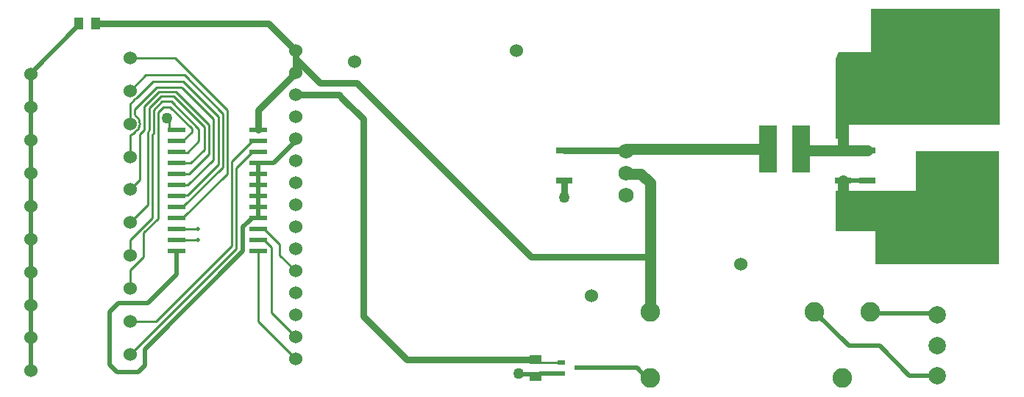
<source format=gtl>
G04*
G04 #@! TF.GenerationSoftware,Altium Limited,Altium Designer,20.0.14 (345)*
G04*
G04 Layer_Physical_Order=1*
G04 Layer_Color=255*
%FSLAX25Y25*%
%MOIN*%
G70*
G01*
G75*
%ADD12C,0.01000*%
%ADD15R,0.07505X0.02977*%
%ADD16R,0.08465X0.21654*%
%ADD17R,0.03937X0.05709*%
%ADD18R,0.03347X0.01968*%
%ADD19R,0.05709X0.03937*%
%ADD20R,0.07874X0.02362*%
%ADD35C,0.01000*%
%ADD36C,0.03000*%
%ADD37C,0.05000*%
%ADD38C,0.02000*%
%ADD39C,0.06000*%
%ADD40C,0.06890*%
%ADD41R,0.07087X0.07087*%
%ADD42C,0.07087*%
%ADD43C,0.07874*%
%ADD44C,0.08858*%
%ADD45C,0.05000*%
%ADD46C,0.02000*%
G36*
X447000Y64000D02*
X391000D01*
Y79000D01*
X373000D01*
X373000Y97500D01*
X409500D01*
Y115500D01*
X447000D01*
Y64000D01*
D02*
G37*
G36*
X447538Y179538D02*
X447500Y179500D01*
Y127500D01*
X379000D01*
Y121000D01*
X373000D01*
Y157500D01*
X374500Y160500D01*
X389000D01*
Y180000D01*
X447347D01*
X447538Y179538D01*
D02*
G37*
D12*
X55336Y123809D02*
G03*
X55752Y131687I-1954J4053D01*
G01*
X55212Y138712D02*
G03*
X56564Y139641I-1830J4111D01*
G01*
X74496Y80000D02*
X84000D01*
X74496Y75000D02*
X84000D01*
X53382Y23138D02*
X101500Y71256D01*
Y107752D01*
X65098Y38098D02*
X99500Y72500D01*
Y110752D01*
X53594Y38098D02*
X65098D01*
X71740Y125000D02*
X74496D01*
X71059Y125681D02*
X71740Y125000D01*
X71059Y125681D02*
Y128359D01*
X70000Y129418D02*
X71059Y128359D01*
X70000Y129418D02*
Y130500D01*
X111504Y80000D02*
X114260D01*
X121242Y73018D01*
Y68258D02*
Y73018D01*
Y68258D02*
X128500Y61000D01*
X111504Y75000D02*
X114260D01*
X117500Y71760D01*
Y42000D02*
X128500Y31000D01*
X117500Y42000D02*
Y71760D01*
X111504Y37996D02*
Y70000D01*
Y37996D02*
X128500Y21000D01*
X71586Y135586D02*
X81422Y125750D01*
X74496Y120000D02*
X77252D01*
X81422Y124170D01*
Y125750D01*
X66000Y133000D02*
X68586Y135586D01*
X71586D01*
X66000Y84917D02*
Y133000D01*
X59500Y78417D02*
X66000Y84917D01*
X59500Y67515D02*
Y78417D01*
X53382Y53059D02*
Y61397D01*
X59500Y67515D01*
X72000Y138000D02*
X84500Y125500D01*
X64000Y134172D02*
X67828Y138000D01*
X72000D01*
X64000Y123500D02*
Y134172D01*
X63500Y85245D02*
Y123000D01*
X64000Y123500D01*
X61882Y124882D02*
X62000Y125000D01*
X55328Y123805D02*
X55336Y123809D01*
X57882Y123172D02*
X57884D01*
X55382Y132058D02*
X55752Y131687D01*
X61500Y123960D02*
X61882Y124341D01*
X62000Y125000D02*
Y135000D01*
X59882Y125170D02*
Y135882D01*
X62000Y135000D02*
X67445Y140445D01*
X55382Y132058D02*
Y134382D01*
X57882Y102441D02*
Y123172D01*
X57884D02*
X59882Y125170D01*
X61882Y124341D02*
Y124882D01*
X59882Y135882D02*
X66445Y142445D01*
X55752Y131687D02*
X55752Y131687D01*
X61500Y91098D02*
Y123960D01*
X73000Y140445D02*
X78623Y134823D01*
X78677D01*
X67445Y140445D02*
X73000D01*
X65446Y144446D02*
X76555D01*
X77000Y144000D01*
X66445Y142445D02*
X74054D01*
X55382Y134382D02*
X65446Y144446D01*
X53382Y122868D02*
X55328Y123805D01*
X77000Y144000D02*
X91000Y130000D01*
X74760Y141740D02*
X89000Y127500D01*
X74054Y142445D02*
X74760Y141740D01*
X56564Y139641D02*
X63923Y147000D01*
X77500D02*
X93500Y131000D01*
X63923Y147000D02*
X77500D01*
X53382Y112902D02*
Y122868D01*
Y82980D02*
X61500Y91098D01*
X53382Y75127D02*
X63500Y85245D01*
X91000Y111500D02*
Y130000D01*
X79500Y100000D02*
X91000Y111500D01*
X78000Y150000D02*
X95500Y132500D01*
X60559Y150000D02*
X78000D01*
X53382Y142823D02*
X60559Y150000D01*
X53382Y136882D02*
X55212Y138712D01*
X53382Y127862D02*
Y136882D01*
X79347Y114847D02*
X84500Y120000D01*
Y125500D01*
X74649Y114847D02*
X79347D01*
X74496Y115000D02*
X74649Y114847D01*
X80828Y110000D02*
X87000Y116172D01*
Y126500D01*
X74496Y110000D02*
X80828D01*
X80000Y105000D02*
X89000Y114000D01*
Y127500D01*
X74496Y105000D02*
X80000D01*
X78677Y134823D02*
X87000Y126500D01*
X95500Y108248D02*
Y132500D01*
X77252Y85000D02*
X97500Y105248D01*
X73716Y157783D02*
X97500Y134000D01*
Y105248D02*
Y134000D01*
X79347Y95385D02*
X93500Y109538D01*
Y131000D01*
X77252Y90000D02*
X95500Y108248D01*
X53382Y68020D02*
Y75127D01*
Y97941D02*
X57882Y102441D01*
X53382Y157783D02*
X73716D01*
X99500Y110752D02*
X108748Y120000D01*
X101500Y107752D02*
X108748Y115000D01*
X74496Y100000D02*
X79500D01*
X74496Y95000D02*
X74882Y95385D01*
X79347D01*
X74496Y90000D02*
X77252D01*
X74496Y85000D02*
X77252D01*
X108748Y120000D02*
X111504D01*
X108748Y115000D02*
X111504D01*
X237000Y20740D02*
X238181Y19559D01*
X248661D01*
D15*
X387500Y102209D02*
D03*
Y115791D02*
D03*
X376500Y102209D02*
D03*
Y115791D02*
D03*
X250000Y102209D02*
D03*
Y115791D02*
D03*
D16*
X357579Y116500D02*
D03*
X342421D02*
D03*
D17*
X30260Y173500D02*
D03*
X37740D02*
D03*
D18*
X256339Y17000D02*
D03*
X248661Y14441D02*
D03*
Y19559D02*
D03*
D19*
X237000Y20740D02*
D03*
Y13260D02*
D03*
D20*
X111504Y125000D02*
D03*
Y120000D02*
D03*
Y115000D02*
D03*
Y110000D02*
D03*
Y105000D02*
D03*
Y100000D02*
D03*
Y95000D02*
D03*
Y90000D02*
D03*
Y85000D02*
D03*
Y80000D02*
D03*
Y75000D02*
D03*
Y70000D02*
D03*
X74496D02*
D03*
Y75000D02*
D03*
Y80000D02*
D03*
Y85000D02*
D03*
Y90000D02*
D03*
Y95000D02*
D03*
Y100000D02*
D03*
Y105000D02*
D03*
Y110000D02*
D03*
Y115000D02*
D03*
Y120000D02*
D03*
Y125000D02*
D03*
D35*
X56564Y139641D02*
D03*
D36*
X250000Y94500D02*
Y102209D01*
X278231Y115780D02*
X278511Y115500D01*
X250011Y115780D02*
X278231D01*
X250000Y115791D02*
X250011Y115780D01*
X156000Y146500D02*
X235000Y67500D01*
X289000D01*
X111504Y125000D02*
Y134004D01*
X128500Y151000D01*
X139500Y146500D02*
X156000D01*
X128500Y157500D02*
X139500Y146500D01*
X128500Y157500D02*
Y161000D01*
Y151000D02*
Y157500D01*
X178760Y20740D02*
X237000D01*
X159000Y40500D02*
Y130000D01*
Y40500D02*
X178760Y20740D01*
X148000Y141000D02*
X149499Y139501D01*
X159000Y130000D01*
X128500Y141000D02*
X148000D01*
X37740Y173500D02*
X116000D01*
X128500Y161000D01*
D37*
X289000Y67500D02*
Y101000D01*
Y43500D02*
Y67500D01*
X288000Y42500D02*
X289000Y43500D01*
X278000Y105500D02*
X278362Y105138D01*
X284862D01*
X289000Y101000D01*
X279511Y116500D02*
X342421D01*
X278511Y115500D02*
X279511Y116500D01*
X431500Y81000D02*
Y101000D01*
Y145000D02*
Y165000D01*
X420500Y134000D02*
X431500Y145000D01*
X376500Y134000D02*
X420500D01*
X376500Y115791D02*
Y134000D01*
Y115791D02*
X387500D01*
X358287D02*
X376500D01*
X357579Y116500D02*
X358287Y115791D01*
X376500Y93500D02*
Y102209D01*
X430935Y101000D02*
X431500D01*
D38*
X376500Y102209D02*
X387500D01*
X74496Y59496D02*
Y70000D01*
X61500Y46500D02*
X74496Y59496D01*
X48000Y46500D02*
X61500D01*
X44000Y42500D02*
X48000Y46500D01*
X44000Y18500D02*
Y42500D01*
X47500Y15000D02*
X57000D01*
X44000Y18500D02*
X47500Y15000D01*
X60000Y18000D02*
Y25500D01*
X57000Y15000D02*
X60000Y18000D01*
Y25500D02*
X104500Y70000D01*
X108748Y85000D02*
X111504D01*
X107153Y83405D02*
X108748Y85000D01*
X106962Y83405D02*
X107153D01*
X104500Y80943D02*
X106962Y83405D01*
X104500Y70000D02*
Y80943D01*
X128500Y120000D02*
Y121000D01*
X118500Y110000D02*
X128500Y120000D01*
X111504Y110000D02*
X118500D01*
X111504Y105000D02*
Y110000D01*
Y100000D02*
Y105000D01*
Y95000D02*
Y100000D01*
Y90000D02*
Y95000D01*
Y85000D02*
Y90000D01*
X229500Y14500D02*
X230000Y14000D01*
X236260D02*
X237000Y13260D01*
X230000Y14000D02*
X236260D01*
X30260Y172614D02*
Y173500D01*
X8500Y150854D02*
X30260Y172614D01*
X8500Y150303D02*
Y150854D01*
Y135343D02*
Y150303D01*
Y120382D02*
Y135343D01*
Y105421D02*
Y120382D01*
Y90461D02*
Y105421D01*
Y75500D02*
Y90461D01*
Y60539D02*
Y75500D01*
Y45579D02*
Y60539D01*
Y30618D02*
Y45579D01*
Y15657D02*
Y30618D01*
X379000Y27000D02*
X393000D01*
X406559Y13441D02*
X419000D01*
X393000Y27000D02*
X406559Y13441D01*
X363500Y42500D02*
X379000Y27000D01*
X388697Y42500D02*
X389447Y41750D01*
X418250D01*
X419000Y41000D01*
X256339Y17000D02*
X283084D01*
X287584Y12500D01*
X289090D01*
X239067Y14441D02*
X248661D01*
X237886Y13260D02*
X239067Y14441D01*
X237000Y13260D02*
X237886D01*
D39*
X228500Y161000D02*
D03*
X155000Y156000D02*
D03*
X330000Y64000D02*
D03*
X128500Y161000D02*
D03*
Y151000D02*
D03*
Y141000D02*
D03*
Y21000D02*
D03*
Y31000D02*
D03*
Y41000D02*
D03*
Y51000D02*
D03*
Y61000D02*
D03*
Y71000D02*
D03*
Y81000D02*
D03*
Y91000D02*
D03*
Y101000D02*
D03*
Y111000D02*
D03*
Y121000D02*
D03*
Y131000D02*
D03*
X8500Y15657D02*
D03*
Y30618D02*
D03*
Y45579D02*
D03*
Y60539D02*
D03*
Y75500D02*
D03*
Y90461D02*
D03*
Y105421D02*
D03*
Y120382D02*
D03*
Y135343D02*
D03*
X53382Y23138D02*
D03*
X53594Y38098D02*
D03*
X53382Y53059D02*
D03*
Y68020D02*
D03*
Y82980D02*
D03*
Y97941D02*
D03*
Y112902D02*
D03*
Y127862D02*
D03*
X8500Y150303D02*
D03*
X53382Y142823D02*
D03*
Y157783D02*
D03*
X262588Y49637D02*
D03*
D40*
X278000Y115500D02*
D03*
Y105500D02*
D03*
Y95500D02*
D03*
D41*
X431500Y145000D02*
D03*
Y81000D02*
D03*
D42*
Y165000D02*
D03*
Y101000D02*
D03*
D43*
X419000Y13441D02*
D03*
Y27220D02*
D03*
Y41000D02*
D03*
D44*
X289090Y42500D02*
D03*
X363500D02*
D03*
X388697D02*
D03*
X376098Y12500D02*
D03*
X289090D02*
D03*
D45*
X250000Y94500D02*
D03*
X70000Y130500D02*
D03*
X229500Y14500D02*
D03*
D46*
X84000Y75000D02*
D03*
Y80000D02*
D03*
M02*

</source>
